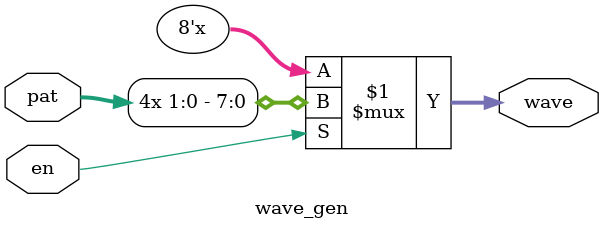
<source format=v>
module wave_gen(
    input en,
    input [1:0] pat,
    output [7:0] wave
);
assign wave = en 
? {4{pat}}
: {8{1'bz}};

endmodule
</source>
